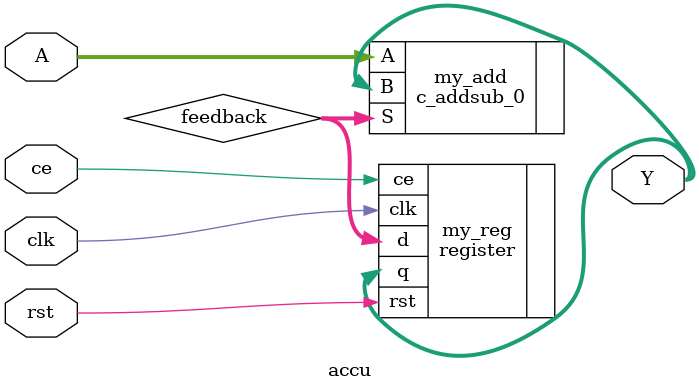
<source format=v>
`timescale 1ns / 1ps


module accu
(
    input clk,
    input rst,
    input ce,
    input [10:0] A,
    output [31:0] Y
);
wire [31:0] feedback;
register #
(
    .N(32)
) my_reg
(
    .rst(rst),
    .clk(clk),
    .ce(ce),
    .d(feedback),
    .q(Y)
);
c_addsub_0 my_add
(
    .A(A),
    .B(Y),
    .S(feedback)
);

endmodule

</source>
